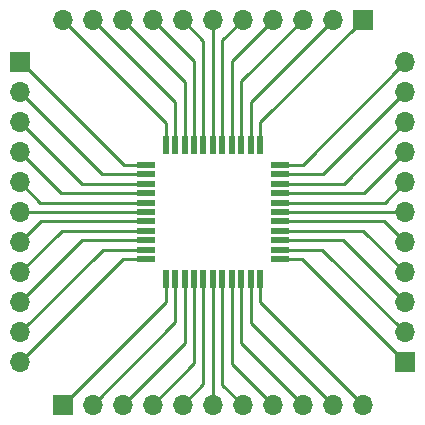
<source format=gtl>
G04 #@! TF.GenerationSoftware,KiCad,Pcbnew,(2017-05-18 revision 2a3a699)-master*
G04 #@! TF.CreationDate,2019-04-25T16:04:57+01:00*
G04 #@! TF.ProjectId,probe,70726F62652E6B696361645F70636200,rev?*
G04 #@! TF.FileFunction,Copper,L1,Top,Signal*
G04 #@! TF.FilePolarity,Positive*
%FSLAX46Y46*%
G04 Gerber Fmt 4.6, Leading zero omitted, Abs format (unit mm)*
G04 Created by KiCad (PCBNEW (2017-05-18 revision 2a3a699)-master) date Thu Apr 25 16:04:57 2019*
%MOMM*%
%LPD*%
G01*
G04 APERTURE LIST*
%ADD10C,0.100000*%
%ADD11O,1.700000X1.700000*%
%ADD12R,1.700000X1.700000*%
%ADD13R,1.500000X0.550000*%
%ADD14R,0.550000X1.500000*%
%ADD15C,0.250000*%
G04 APERTURE END LIST*
D10*
D11*
X34370000Y30800000D03*
X34370000Y28260000D03*
X34370000Y25720000D03*
X34370000Y23180000D03*
X34370000Y20640000D03*
X34370000Y18100000D03*
X34370000Y15560000D03*
X34370000Y13020000D03*
X34370000Y10480000D03*
X34370000Y7940000D03*
D12*
X34370000Y5400000D03*
D13*
X12410000Y22140000D03*
X12410000Y21340000D03*
X12410000Y20540000D03*
X12410000Y19740000D03*
X12410000Y18940000D03*
X12410000Y18140000D03*
X12410000Y17340000D03*
X12410000Y16540000D03*
X12410000Y15740000D03*
X12410000Y14940000D03*
X12410000Y14140000D03*
D14*
X14110000Y12440000D03*
X14910000Y12440000D03*
X15710000Y12440000D03*
X16510000Y12440000D03*
X17310000Y12440000D03*
X18110000Y12440000D03*
X18910000Y12440000D03*
X19710000Y12440000D03*
X20510000Y12440000D03*
X21310000Y12440000D03*
X22110000Y12440000D03*
D13*
X23810000Y14140000D03*
X23810000Y14940000D03*
X23810000Y15740000D03*
X23810000Y16540000D03*
X23810000Y17340000D03*
X23810000Y18140000D03*
X23810000Y18940000D03*
X23810000Y19740000D03*
X23810000Y20540000D03*
X23810000Y21340000D03*
X23810000Y22140000D03*
D14*
X22110000Y23840000D03*
X21310000Y23840000D03*
X20510000Y23840000D03*
X19710000Y23840000D03*
X18910000Y23840000D03*
X18110000Y23840000D03*
X17310000Y23840000D03*
X16510000Y23840000D03*
X15710000Y23840000D03*
X14910000Y23840000D03*
X14110000Y23840000D03*
D12*
X5390000Y1810000D03*
D11*
X7930000Y1810000D03*
X10470000Y1810000D03*
X13010000Y1810000D03*
X15550000Y1810000D03*
X18090000Y1810000D03*
X20630000Y1810000D03*
X23170000Y1810000D03*
X25710000Y1810000D03*
X28250000Y1810000D03*
X30790000Y1810000D03*
X1790000Y5420000D03*
X1790000Y7960000D03*
X1790000Y10500000D03*
X1790000Y13040000D03*
X1790000Y15580000D03*
X1790000Y18120000D03*
X1790000Y20660000D03*
X1790000Y23200000D03*
X1790000Y25740000D03*
X1790000Y28280000D03*
D12*
X1790000Y30820000D03*
X30780000Y34400000D03*
D11*
X28240000Y34400000D03*
X25700000Y34400000D03*
X23160000Y34400000D03*
X20620000Y34400000D03*
X18080000Y34400000D03*
X15540000Y34400000D03*
X13000000Y34400000D03*
X10460000Y34400000D03*
X7920000Y34400000D03*
X5380000Y34400000D03*
D15*
X1790000Y5420000D02*
X10510000Y14140000D01*
X10510000Y14140000D02*
X12410000Y14140000D01*
X1790000Y7960000D02*
X8770000Y14940000D01*
X8770000Y14940000D02*
X12410000Y14940000D01*
X1790000Y10500000D02*
X7030000Y15740000D01*
X7030000Y15740000D02*
X12410000Y15740000D01*
X1790000Y13040000D02*
X5290000Y16540000D01*
X5290000Y16540000D02*
X12410000Y16540000D01*
X1790000Y15580000D02*
X3550000Y17340000D01*
X3550000Y17340000D02*
X12410000Y17340000D01*
X1790000Y18120000D02*
X12294000Y18120000D01*
X1790000Y20660000D02*
X3510000Y18940000D01*
X3510000Y18940000D02*
X12410000Y18940000D01*
X1790000Y23200000D02*
X5250000Y19740000D01*
X5250000Y19740000D02*
X12410000Y19740000D01*
X1790000Y25740000D02*
X6990000Y20540000D01*
X6990000Y20540000D02*
X12410000Y20540000D01*
X1790000Y28280000D02*
X8730000Y21340000D01*
X8730000Y21340000D02*
X12410000Y21340000D01*
X1876000Y30820000D02*
X10556000Y22140000D01*
X10556000Y22140000D02*
X12410000Y22140000D01*
X1790000Y30820000D02*
X1876000Y30820000D01*
X5390000Y1818000D02*
X14110000Y10538000D01*
X14110000Y10538000D02*
X14110000Y11440000D01*
X14110000Y11440000D02*
X14110000Y12440000D01*
X5390000Y1810000D02*
X5390000Y1818000D01*
X7930000Y1810000D02*
X14910000Y8790000D01*
X14910000Y8790000D02*
X14910000Y12440000D01*
X10470000Y1810000D02*
X15710000Y7050000D01*
X15710000Y7050000D02*
X15710000Y12440000D01*
X13010000Y1810000D02*
X16510000Y5310000D01*
X16510000Y5310000D02*
X16510000Y12440000D01*
X15550000Y1810000D02*
X17310000Y3570000D01*
X17310000Y3570000D02*
X17310000Y12440000D01*
X18090000Y1810000D02*
X18090000Y12420000D01*
X18090000Y12420000D02*
X18110000Y12440000D01*
X20630000Y1810000D02*
X18910000Y3530000D01*
X18910000Y3530000D02*
X18910000Y12440000D01*
X23170000Y1810000D02*
X19710000Y5270000D01*
X19710000Y5270000D02*
X19710000Y12440000D01*
X25710000Y1810000D02*
X20510000Y7010000D01*
X20510000Y7010000D02*
X20510000Y12440000D01*
X28250000Y1810000D02*
X21310000Y8750000D01*
X21310000Y8750000D02*
X21310000Y12440000D01*
X30790000Y1810000D02*
X22110000Y10490000D01*
X22110000Y10490000D02*
X22110000Y12440000D01*
X34370000Y30800000D02*
X25710000Y22140000D01*
X25710000Y22140000D02*
X23810000Y22140000D01*
X34370000Y28260000D02*
X27450000Y21340000D01*
X27450000Y21340000D02*
X23810000Y21340000D01*
X34370000Y25720000D02*
X29190000Y20540000D01*
X29190000Y20540000D02*
X23810000Y20540000D01*
X34370000Y23180000D02*
X30930000Y19740000D01*
X30930000Y19740000D02*
X23810000Y19740000D01*
X34370000Y20640000D02*
X32670000Y18940000D01*
X32670000Y18940000D02*
X23810000Y18940000D01*
X34370000Y18100000D02*
X23850000Y18100000D01*
X23850000Y18100000D02*
X23810000Y18140000D01*
X34370000Y15560000D02*
X32590000Y17340000D01*
X32590000Y17340000D02*
X23810000Y17340000D01*
X34370000Y13020000D02*
X30850000Y16540000D01*
X30850000Y16540000D02*
X23810000Y16540000D01*
X34370000Y10480000D02*
X29110000Y15740000D01*
X29110000Y15740000D02*
X23810000Y15740000D01*
X34370000Y7940000D02*
X27370000Y14940000D01*
X27370000Y14940000D02*
X23810000Y14940000D01*
X34370000Y5400000D02*
X25630000Y14140000D01*
X25630000Y14140000D02*
X23810000Y14140000D01*
X30780000Y34400000D02*
X22110000Y25730000D01*
X22110000Y25730000D02*
X22110000Y23840000D01*
X28240000Y34400000D02*
X21310000Y27470000D01*
X21310000Y27470000D02*
X21310000Y23840000D01*
X25700000Y34400000D02*
X20510000Y29210000D01*
X20510000Y29210000D02*
X20510000Y23840000D01*
X23160000Y34400000D02*
X19710000Y30950000D01*
X19710000Y30950000D02*
X19710000Y23840000D01*
X20620000Y34400000D02*
X18910000Y32690000D01*
X18910000Y32690000D02*
X18910000Y23840000D01*
X18080000Y34400000D02*
X18080000Y23870000D01*
X18080000Y23870000D02*
X18110000Y23840000D01*
X15540000Y34400000D02*
X17310000Y32630000D01*
X17310000Y32630000D02*
X17310000Y23840000D01*
X13000000Y34400000D02*
X16510000Y30890000D01*
X16510000Y30890000D02*
X16510000Y23840000D01*
X10460000Y34400000D02*
X15710000Y29150000D01*
X15710000Y29150000D02*
X15710000Y23840000D01*
X7920000Y34400000D02*
X14910000Y27410000D01*
X14910000Y27410000D02*
X14910000Y23840000D01*
X5380000Y34400000D02*
X14110000Y25670000D01*
X14110000Y25670000D02*
X14110000Y23840000D01*
M02*

</source>
